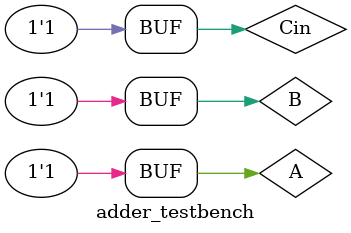
<source format=sv>
/*
Name: Veen Oung

Description: An adder takes in three inputs (A, B, and Cin)
             and produces two outputs (Cout and Sum).
*/
`timescale 1ps/1fs

module adder(A, B, Cin, Cout, Sum);
    input logic A, B, Cin;
    output logic Cout, Sum;

    logic tempC1, tempC2, tempC3, tempS;

    // logic for Cout = A*B + A*Cin + B*Cin
    and #50 and1(tempC1, A, B);
    or  #50 or1(tempC2, A, B);
    and #50 and2(tempC3, tempC2, Cin);
    or  #50 or2(Cout, tempC1, tempC3);

    // logic for Sum = A XOR B XOR Cin
    xor #50 xor1(tempS, A, B);
    xor #50 xor2(Sum, tempS, Cin);

endmodule

module adder_testbench();
    logic A, B, Cin;
    logic Cout, Sum;

    adder dut(.A, .B, .Cin, .Cout, .Sum);

    initial begin
        A = 0; B = 0; Cin = 0; #150;
        A = 1;                 #150;
                      Cin = 1; #150;
               B = 1;          #150;
    end
endmodule
</source>
